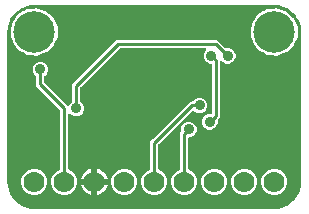
<source format=gbr>
G04 EAGLE Gerber RS-274X export*
G75*
%MOMM*%
%FSLAX34Y34*%
%LPD*%
%INBottom Copper*%
%IPPOS*%
%AMOC8*
5,1,8,0,0,1.08239X$1,22.5*%
G01*
%ADD10C,3.516000*%
%ADD11C,1.778000*%
%ADD12C,0.906400*%
%ADD13C,0.254000*%

G36*
X228622Y2543D02*
X228622Y2543D01*
X228700Y2545D01*
X232077Y2810D01*
X232145Y2824D01*
X232214Y2829D01*
X232370Y2869D01*
X238794Y4956D01*
X238901Y5006D01*
X239012Y5050D01*
X239063Y5083D01*
X239082Y5091D01*
X239097Y5104D01*
X239148Y5136D01*
X244612Y9107D01*
X244699Y9188D01*
X244746Y9227D01*
X244752Y9231D01*
X244753Y9232D01*
X244791Y9264D01*
X244829Y9310D01*
X244844Y9324D01*
X244855Y9342D01*
X244893Y9388D01*
X248864Y14852D01*
X248921Y14956D01*
X248985Y15056D01*
X249007Y15113D01*
X249017Y15131D01*
X249022Y15151D01*
X249044Y15206D01*
X251131Y21630D01*
X251144Y21698D01*
X251167Y21764D01*
X251190Y21923D01*
X251455Y25300D01*
X251455Y25304D01*
X251456Y25307D01*
X251455Y25326D01*
X251459Y25400D01*
X251459Y152400D01*
X251457Y152422D01*
X251455Y152500D01*
X251190Y155877D01*
X251176Y155945D01*
X251171Y156014D01*
X251131Y156170D01*
X249044Y162594D01*
X248993Y162701D01*
X248950Y162812D01*
X248917Y162863D01*
X248909Y162882D01*
X248896Y162897D01*
X248864Y162948D01*
X247171Y165278D01*
X247153Y165297D01*
X247139Y165320D01*
X247044Y165413D01*
X246953Y165509D01*
X246931Y165524D01*
X246912Y165542D01*
X246798Y165608D01*
X246792Y165624D01*
X246789Y165651D01*
X246740Y165775D01*
X246697Y165900D01*
X246682Y165922D01*
X246672Y165947D01*
X246586Y166083D01*
X244893Y168412D01*
X244812Y168499D01*
X244736Y168591D01*
X244690Y168629D01*
X244676Y168644D01*
X244658Y168655D01*
X244612Y168693D01*
X239148Y172664D01*
X239044Y172721D01*
X238944Y172785D01*
X238887Y172807D01*
X238869Y172817D01*
X238849Y172822D01*
X238794Y172844D01*
X232370Y174931D01*
X232302Y174944D01*
X232236Y174967D01*
X232077Y174990D01*
X228700Y175255D01*
X228678Y175254D01*
X228600Y175259D01*
X25400Y175259D01*
X25378Y175257D01*
X25300Y175255D01*
X21923Y174990D01*
X21855Y174976D01*
X21786Y174971D01*
X21630Y174931D01*
X18892Y174041D01*
X18867Y174030D01*
X18841Y174024D01*
X18724Y173963D01*
X18604Y173906D01*
X18583Y173889D01*
X18560Y173877D01*
X18462Y173789D01*
X18445Y173788D01*
X18418Y173793D01*
X18286Y173785D01*
X18153Y173783D01*
X18128Y173775D01*
X18101Y173774D01*
X17945Y173734D01*
X15206Y172844D01*
X15099Y172793D01*
X14988Y172750D01*
X14937Y172717D01*
X14918Y172709D01*
X14903Y172696D01*
X14852Y172664D01*
X9388Y168693D01*
X9301Y168612D01*
X9209Y168536D01*
X9171Y168490D01*
X9156Y168476D01*
X9145Y168458D01*
X9107Y168412D01*
X5136Y162948D01*
X5079Y162844D01*
X5015Y162744D01*
X4993Y162687D01*
X4983Y162669D01*
X4978Y162649D01*
X4956Y162594D01*
X2869Y156170D01*
X2856Y156102D01*
X2833Y156036D01*
X2810Y155877D01*
X2545Y152500D01*
X2546Y152478D01*
X2541Y152400D01*
X2541Y25400D01*
X2543Y25378D01*
X2545Y25300D01*
X2810Y21923D01*
X2824Y21855D01*
X2829Y21786D01*
X2869Y21630D01*
X4956Y15206D01*
X5006Y15099D01*
X5050Y14988D01*
X5083Y14937D01*
X5091Y14918D01*
X5104Y14903D01*
X5136Y14852D01*
X9107Y9388D01*
X9127Y9366D01*
X9138Y9348D01*
X9184Y9305D01*
X9188Y9301D01*
X9264Y9209D01*
X9310Y9171D01*
X9324Y9156D01*
X9342Y9145D01*
X9388Y9107D01*
X14596Y5322D01*
X14852Y5136D01*
X14956Y5079D01*
X15056Y5015D01*
X15113Y4993D01*
X15131Y4983D01*
X15151Y4978D01*
X15206Y4956D01*
X21630Y2869D01*
X21698Y2856D01*
X21764Y2833D01*
X21923Y2810D01*
X25300Y2545D01*
X25322Y2546D01*
X25400Y2541D01*
X228600Y2541D01*
X228622Y2543D01*
G37*
%LPC*%
G36*
X48627Y14477D02*
X48627Y14477D01*
X44613Y16140D01*
X41540Y19213D01*
X39877Y23227D01*
X39877Y27573D01*
X41540Y31587D01*
X44613Y34660D01*
X46714Y35530D01*
X46739Y35545D01*
X46767Y35554D01*
X46877Y35623D01*
X46990Y35688D01*
X47011Y35708D01*
X47036Y35724D01*
X47125Y35819D01*
X47218Y35909D01*
X47234Y35934D01*
X47254Y35956D01*
X47317Y36069D01*
X47385Y36180D01*
X47393Y36208D01*
X47408Y36234D01*
X47440Y36360D01*
X47478Y36484D01*
X47480Y36513D01*
X47487Y36542D01*
X47497Y36703D01*
X47497Y85736D01*
X47485Y85834D01*
X47482Y85933D01*
X47465Y85992D01*
X47457Y86052D01*
X47421Y86144D01*
X47393Y86239D01*
X47363Y86291D01*
X47340Y86347D01*
X47282Y86427D01*
X47232Y86513D01*
X47166Y86588D01*
X47154Y86605D01*
X47144Y86613D01*
X47126Y86634D01*
X27177Y106582D01*
X27177Y114143D01*
X27165Y114241D01*
X27162Y114340D01*
X27145Y114398D01*
X27137Y114459D01*
X27101Y114551D01*
X27073Y114646D01*
X27043Y114698D01*
X27020Y114754D01*
X26962Y114834D01*
X26912Y114920D01*
X26846Y114995D01*
X26834Y115012D01*
X26824Y115019D01*
X26806Y115041D01*
X24915Y116931D01*
X23915Y119344D01*
X23915Y121956D01*
X24915Y124369D01*
X26761Y126215D01*
X29174Y127215D01*
X31786Y127215D01*
X34199Y126215D01*
X36045Y124369D01*
X37045Y121956D01*
X37045Y119344D01*
X36045Y116931D01*
X34154Y115041D01*
X34094Y114962D01*
X34026Y114890D01*
X33997Y114837D01*
X33960Y114789D01*
X33920Y114698D01*
X33872Y114612D01*
X33857Y114553D01*
X33833Y114497D01*
X33818Y114399D01*
X33793Y114304D01*
X33787Y114204D01*
X33783Y114183D01*
X33785Y114171D01*
X33783Y114143D01*
X33783Y109844D01*
X33795Y109746D01*
X33798Y109647D01*
X33815Y109588D01*
X33823Y109528D01*
X33859Y109436D01*
X33887Y109341D01*
X33917Y109289D01*
X33940Y109233D01*
X33998Y109153D01*
X34048Y109067D01*
X34114Y108992D01*
X34126Y108975D01*
X34136Y108967D01*
X34154Y108946D01*
X52985Y90116D01*
X53024Y90086D01*
X53057Y90049D01*
X53149Y89989D01*
X53236Y89921D01*
X53281Y89901D01*
X53323Y89874D01*
X53427Y89839D01*
X53528Y89795D01*
X53577Y89787D01*
X53624Y89771D01*
X53733Y89762D01*
X53842Y89745D01*
X53891Y89750D01*
X53941Y89746D01*
X54049Y89765D01*
X54158Y89775D01*
X54205Y89792D01*
X54254Y89800D01*
X54354Y89845D01*
X54458Y89882D01*
X54499Y89910D01*
X54544Y89931D01*
X54630Y89999D01*
X54721Y90061D01*
X54754Y90098D01*
X54793Y90129D01*
X54859Y90217D01*
X54931Y90299D01*
X54954Y90344D01*
X54984Y90383D01*
X55055Y90528D01*
X55395Y91349D01*
X57286Y93239D01*
X57346Y93318D01*
X57414Y93390D01*
X57443Y93443D01*
X57480Y93491D01*
X57520Y93582D01*
X57568Y93668D01*
X57583Y93727D01*
X57607Y93783D01*
X57622Y93881D01*
X57647Y93976D01*
X57653Y94076D01*
X57657Y94097D01*
X57655Y94109D01*
X57657Y94137D01*
X57657Y108048D01*
X95152Y145543D01*
X180438Y145543D01*
X186964Y139016D01*
X187043Y138956D01*
X187115Y138888D01*
X187168Y138859D01*
X187216Y138822D01*
X187307Y138782D01*
X187393Y138734D01*
X187452Y138719D01*
X187507Y138695D01*
X187605Y138680D01*
X187701Y138655D01*
X187801Y138649D01*
X187822Y138645D01*
X187834Y138647D01*
X187862Y138645D01*
X190536Y138645D01*
X192949Y137645D01*
X194795Y135799D01*
X195795Y133386D01*
X195795Y130774D01*
X194795Y128361D01*
X192949Y126515D01*
X190536Y125515D01*
X187924Y125515D01*
X185511Y126515D01*
X184539Y127487D01*
X184430Y127571D01*
X184323Y127660D01*
X184304Y127669D01*
X184288Y127682D01*
X184161Y127737D01*
X184035Y127796D01*
X184015Y127800D01*
X183996Y127808D01*
X183858Y127830D01*
X183722Y127856D01*
X183702Y127855D01*
X183682Y127858D01*
X183543Y127845D01*
X183405Y127836D01*
X183386Y127830D01*
X183366Y127828D01*
X183234Y127781D01*
X183103Y127738D01*
X183085Y127727D01*
X183066Y127720D01*
X182951Y127642D01*
X182834Y127568D01*
X182820Y127553D01*
X182803Y127542D01*
X182711Y127438D01*
X182616Y127336D01*
X182606Y127318D01*
X182593Y127303D01*
X182530Y127180D01*
X182462Y127058D01*
X182457Y127038D01*
X182448Y127020D01*
X182418Y126884D01*
X182383Y126750D01*
X182381Y126722D01*
X182378Y126710D01*
X182379Y126689D01*
X182373Y126589D01*
X182373Y79912D01*
X180926Y78466D01*
X180866Y78387D01*
X180798Y78315D01*
X180769Y78262D01*
X180732Y78214D01*
X180692Y78123D01*
X180644Y78037D01*
X180629Y77978D01*
X180605Y77923D01*
X180590Y77825D01*
X180565Y77729D01*
X180559Y77629D01*
X180555Y77608D01*
X180557Y77596D01*
X180555Y77568D01*
X180555Y74894D01*
X179555Y72481D01*
X177709Y70635D01*
X175296Y69635D01*
X172684Y69635D01*
X170271Y70635D01*
X168425Y72481D01*
X167425Y74894D01*
X167425Y77506D01*
X168425Y79919D01*
X170271Y81765D01*
X172684Y82765D01*
X174498Y82765D01*
X174616Y82780D01*
X174735Y82787D01*
X174773Y82800D01*
X174814Y82805D01*
X174924Y82848D01*
X175037Y82885D01*
X175072Y82907D01*
X175109Y82922D01*
X175205Y82991D01*
X175306Y83055D01*
X175334Y83085D01*
X175367Y83108D01*
X175443Y83200D01*
X175524Y83287D01*
X175544Y83322D01*
X175569Y83353D01*
X175620Y83461D01*
X175678Y83565D01*
X175688Y83605D01*
X175705Y83641D01*
X175727Y83758D01*
X175757Y83873D01*
X175761Y83933D01*
X175765Y83953D01*
X175763Y83974D01*
X175767Y84034D01*
X175767Y124246D01*
X175752Y124364D01*
X175745Y124483D01*
X175732Y124521D01*
X175727Y124562D01*
X175684Y124672D01*
X175647Y124785D01*
X175625Y124820D01*
X175610Y124857D01*
X175541Y124953D01*
X175477Y125054D01*
X175447Y125082D01*
X175424Y125115D01*
X175332Y125191D01*
X175245Y125272D01*
X175210Y125292D01*
X175179Y125317D01*
X175071Y125368D01*
X174967Y125426D01*
X174927Y125436D01*
X174891Y125453D01*
X174774Y125475D01*
X174659Y125505D01*
X174599Y125509D01*
X174579Y125513D01*
X174558Y125511D01*
X174498Y125515D01*
X173954Y125515D01*
X171541Y126515D01*
X169695Y128361D01*
X168695Y130774D01*
X168695Y133386D01*
X169695Y135799D01*
X170667Y136771D01*
X170751Y136880D01*
X170840Y136987D01*
X170849Y137006D01*
X170862Y137022D01*
X170917Y137149D01*
X170976Y137275D01*
X170980Y137295D01*
X170988Y137314D01*
X171010Y137452D01*
X171036Y137588D01*
X171035Y137608D01*
X171038Y137628D01*
X171025Y137767D01*
X171016Y137905D01*
X171010Y137924D01*
X171008Y137944D01*
X170961Y138076D01*
X170918Y138207D01*
X170907Y138225D01*
X170900Y138244D01*
X170822Y138359D01*
X170748Y138476D01*
X170733Y138490D01*
X170722Y138507D01*
X170618Y138599D01*
X170516Y138694D01*
X170498Y138704D01*
X170483Y138717D01*
X170360Y138780D01*
X170238Y138848D01*
X170218Y138853D01*
X170200Y138862D01*
X170064Y138892D01*
X169930Y138927D01*
X169902Y138929D01*
X169890Y138932D01*
X169869Y138931D01*
X169769Y138937D01*
X98414Y138937D01*
X98316Y138925D01*
X98217Y138922D01*
X98158Y138905D01*
X98098Y138897D01*
X98006Y138861D01*
X97911Y138833D01*
X97859Y138803D01*
X97803Y138780D01*
X97723Y138722D01*
X97637Y138672D01*
X97562Y138606D01*
X97545Y138594D01*
X97537Y138584D01*
X97516Y138566D01*
X64634Y105684D01*
X64574Y105605D01*
X64506Y105533D01*
X64477Y105480D01*
X64440Y105432D01*
X64400Y105341D01*
X64352Y105255D01*
X64337Y105196D01*
X64313Y105141D01*
X64298Y105043D01*
X64273Y104947D01*
X64267Y104847D01*
X64263Y104826D01*
X64265Y104814D01*
X64263Y104786D01*
X64263Y94137D01*
X64275Y94039D01*
X64278Y93940D01*
X64295Y93882D01*
X64303Y93821D01*
X64339Y93729D01*
X64367Y93634D01*
X64397Y93582D01*
X64420Y93526D01*
X64478Y93446D01*
X64528Y93360D01*
X64594Y93285D01*
X64606Y93268D01*
X64616Y93261D01*
X64634Y93239D01*
X66525Y91349D01*
X67525Y88936D01*
X67525Y86324D01*
X66525Y83911D01*
X64679Y82065D01*
X62266Y81065D01*
X59654Y81065D01*
X57241Y82065D01*
X56269Y83037D01*
X56160Y83121D01*
X56053Y83210D01*
X56034Y83219D01*
X56018Y83232D01*
X55891Y83287D01*
X55765Y83346D01*
X55745Y83350D01*
X55726Y83358D01*
X55588Y83380D01*
X55452Y83406D01*
X55432Y83405D01*
X55412Y83408D01*
X55273Y83395D01*
X55135Y83386D01*
X55116Y83380D01*
X55096Y83378D01*
X54964Y83331D01*
X54833Y83288D01*
X54815Y83277D01*
X54796Y83270D01*
X54681Y83192D01*
X54564Y83118D01*
X54550Y83103D01*
X54533Y83092D01*
X54441Y82988D01*
X54346Y82886D01*
X54336Y82868D01*
X54323Y82853D01*
X54260Y82730D01*
X54192Y82608D01*
X54187Y82588D01*
X54178Y82570D01*
X54148Y82434D01*
X54113Y82300D01*
X54111Y82272D01*
X54108Y82260D01*
X54109Y82239D01*
X54103Y82139D01*
X54103Y36703D01*
X54106Y36673D01*
X54104Y36644D01*
X54126Y36516D01*
X54143Y36387D01*
X54153Y36360D01*
X54158Y36331D01*
X54212Y36212D01*
X54260Y36091D01*
X54277Y36068D01*
X54289Y36041D01*
X54370Y35939D01*
X54446Y35834D01*
X54469Y35815D01*
X54488Y35792D01*
X54591Y35714D01*
X54691Y35631D01*
X54718Y35619D01*
X54742Y35601D01*
X54886Y35530D01*
X56987Y34660D01*
X60060Y31587D01*
X61723Y27573D01*
X61723Y23227D01*
X60060Y19213D01*
X56987Y16140D01*
X52973Y14477D01*
X48627Y14477D01*
G37*
%LPD*%
%LPC*%
G36*
X226876Y132780D02*
X226876Y132780D01*
X226858Y132780D01*
X226743Y132787D01*
X224699Y132787D01*
X224151Y133014D01*
X224053Y133041D01*
X223957Y133077D01*
X223865Y133092D01*
X223844Y133098D01*
X223831Y133098D01*
X223798Y133104D01*
X222379Y133253D01*
X219415Y134964D01*
X219412Y134965D01*
X219410Y134967D01*
X219266Y135038D01*
X217490Y135773D01*
X216893Y136370D01*
X216826Y136422D01*
X216765Y136483D01*
X216651Y136558D01*
X216642Y136565D01*
X216638Y136567D01*
X216631Y136572D01*
X215129Y137439D01*
X213339Y139903D01*
X213326Y139917D01*
X213316Y139933D01*
X213209Y140054D01*
X211973Y141290D01*
X211557Y142296D01*
X211522Y142356D01*
X211497Y142420D01*
X211411Y142556D01*
X210208Y144211D01*
X209647Y146850D01*
X209636Y146883D01*
X209631Y146919D01*
X209579Y147071D01*
X208987Y148499D01*
X208987Y149822D01*
X208981Y149874D01*
X208983Y149926D01*
X208960Y150086D01*
X208468Y152400D01*
X208960Y154714D01*
X208964Y154767D01*
X208977Y154818D01*
X208987Y154978D01*
X208987Y156301D01*
X209579Y157729D01*
X209588Y157763D01*
X209604Y157795D01*
X209647Y157950D01*
X210208Y160589D01*
X211411Y162244D01*
X211444Y162305D01*
X211486Y162360D01*
X211557Y162504D01*
X211973Y163510D01*
X213209Y164746D01*
X213221Y164761D01*
X213236Y164773D01*
X213339Y164897D01*
X215129Y167361D01*
X216631Y168228D01*
X216699Y168280D01*
X216773Y168324D01*
X216875Y168414D01*
X216884Y168421D01*
X216887Y168424D01*
X216893Y168430D01*
X217490Y169027D01*
X219266Y169762D01*
X219268Y169764D01*
X219270Y169764D01*
X219415Y169836D01*
X222379Y171547D01*
X223798Y171696D01*
X223898Y171720D01*
X223999Y171734D01*
X224087Y171764D01*
X224108Y171769D01*
X224120Y171775D01*
X224151Y171786D01*
X224699Y172013D01*
X226743Y172013D01*
X226760Y172015D01*
X226876Y172020D01*
X230704Y172422D01*
X231773Y172075D01*
X231890Y172053D01*
X232005Y172023D01*
X232065Y172019D01*
X232085Y172015D01*
X232106Y172017D01*
X232165Y172013D01*
X232501Y172013D01*
X234409Y171223D01*
X234430Y171217D01*
X234502Y171188D01*
X238666Y169835D01*
X239278Y169285D01*
X239388Y169208D01*
X239497Y169126D01*
X239527Y169111D01*
X239539Y169103D01*
X239559Y169096D01*
X239641Y169055D01*
X239710Y169027D01*
X241005Y167732D01*
X241019Y167721D01*
X241053Y167686D01*
X244710Y164393D01*
X244732Y164378D01*
X244750Y164359D01*
X244862Y164288D01*
X244910Y164254D01*
X244914Y164217D01*
X244924Y164192D01*
X244929Y164166D01*
X244985Y164015D01*
X245100Y163756D01*
X245179Y163626D01*
X245450Y162972D01*
X245455Y162963D01*
X245463Y162941D01*
X248292Y156586D01*
X248292Y148214D01*
X245463Y141859D01*
X245460Y141849D01*
X245450Y141828D01*
X245194Y141211D01*
X245175Y141187D01*
X245170Y141179D01*
X245168Y141175D01*
X245163Y141165D01*
X245100Y141044D01*
X244887Y140566D01*
X241053Y137114D01*
X241041Y137100D01*
X241004Y137068D01*
X239710Y135773D01*
X239641Y135745D01*
X239524Y135678D01*
X239404Y135615D01*
X239377Y135594D01*
X239365Y135587D01*
X239349Y135572D01*
X239278Y135515D01*
X238666Y134965D01*
X234502Y133612D01*
X234483Y133603D01*
X234409Y133577D01*
X232501Y132787D01*
X232165Y132787D01*
X232048Y132772D01*
X231929Y132765D01*
X231870Y132750D01*
X231850Y132747D01*
X231831Y132740D01*
X231773Y132725D01*
X230704Y132378D01*
X226876Y132780D01*
G37*
%LPD*%
%LPC*%
G36*
X23676Y132780D02*
X23676Y132780D01*
X23658Y132780D01*
X23543Y132787D01*
X21499Y132787D01*
X20951Y133014D01*
X20852Y133041D01*
X20757Y133077D01*
X20665Y133092D01*
X20644Y133098D01*
X20631Y133098D01*
X20598Y133104D01*
X19179Y133253D01*
X16215Y134964D01*
X16213Y134965D01*
X16210Y134967D01*
X16066Y135038D01*
X14290Y135773D01*
X13693Y136370D01*
X13626Y136422D01*
X13565Y136483D01*
X13451Y136558D01*
X13442Y136565D01*
X13438Y136567D01*
X13431Y136572D01*
X11929Y137439D01*
X10139Y139903D01*
X10126Y139917D01*
X10116Y139933D01*
X10009Y140054D01*
X8773Y141290D01*
X8357Y142296D01*
X8322Y142356D01*
X8297Y142420D01*
X8211Y142556D01*
X7008Y144211D01*
X6447Y146849D01*
X6436Y146883D01*
X6431Y146919D01*
X6379Y147071D01*
X5787Y148499D01*
X5787Y149822D01*
X5781Y149874D01*
X5783Y149926D01*
X5760Y150086D01*
X5268Y152400D01*
X5760Y154714D01*
X5764Y154767D01*
X5777Y154817D01*
X5787Y154978D01*
X5787Y156301D01*
X6379Y157729D01*
X6388Y157763D01*
X6404Y157795D01*
X6447Y157951D01*
X7008Y160589D01*
X8211Y162244D01*
X8244Y162305D01*
X8286Y162360D01*
X8357Y162504D01*
X8773Y163510D01*
X10009Y164746D01*
X10021Y164761D01*
X10036Y164773D01*
X10139Y164897D01*
X11929Y167361D01*
X13431Y168228D01*
X13499Y168280D01*
X13573Y168324D01*
X13675Y168414D01*
X13684Y168421D01*
X13687Y168424D01*
X13693Y168430D01*
X14290Y169027D01*
X16066Y169762D01*
X16068Y169764D01*
X16071Y169764D01*
X16215Y169836D01*
X18972Y171428D01*
X18993Y171444D01*
X19017Y171455D01*
X19120Y171540D01*
X19166Y171575D01*
X19203Y171568D01*
X19229Y171569D01*
X19256Y171565D01*
X19416Y171572D01*
X20598Y171696D01*
X20698Y171720D01*
X20799Y171734D01*
X20887Y171764D01*
X20908Y171769D01*
X20920Y171775D01*
X20951Y171786D01*
X21499Y172013D01*
X23543Y172013D01*
X23560Y172015D01*
X23676Y172020D01*
X27504Y172422D01*
X28573Y172075D01*
X28690Y172053D01*
X28805Y172023D01*
X28865Y172019D01*
X28885Y172015D01*
X28906Y172017D01*
X28965Y172013D01*
X29301Y172013D01*
X31209Y171222D01*
X31230Y171217D01*
X31303Y171188D01*
X35466Y169835D01*
X36078Y169285D01*
X36189Y169207D01*
X36297Y169126D01*
X36327Y169111D01*
X36339Y169103D01*
X36359Y169096D01*
X36441Y169055D01*
X36510Y169027D01*
X37805Y167732D01*
X37819Y167721D01*
X37853Y167686D01*
X41687Y164234D01*
X41900Y163756D01*
X41979Y163626D01*
X42250Y162971D01*
X42255Y162962D01*
X42263Y162941D01*
X45092Y156586D01*
X45092Y148214D01*
X42263Y141859D01*
X42260Y141849D01*
X42250Y141829D01*
X41994Y141211D01*
X41975Y141187D01*
X41970Y141179D01*
X41968Y141175D01*
X41963Y141164D01*
X41900Y141044D01*
X41687Y140566D01*
X37853Y137114D01*
X37841Y137100D01*
X37805Y137068D01*
X36510Y135773D01*
X36441Y135745D01*
X36324Y135678D01*
X36204Y135615D01*
X36177Y135594D01*
X36165Y135587D01*
X36150Y135572D01*
X36078Y135515D01*
X35466Y134965D01*
X31302Y133612D01*
X31283Y133603D01*
X31209Y133577D01*
X29301Y132787D01*
X28965Y132787D01*
X28847Y132772D01*
X28729Y132765D01*
X28670Y132750D01*
X28650Y132747D01*
X28631Y132740D01*
X28573Y132725D01*
X27504Y132378D01*
X23676Y132780D01*
G37*
%LPD*%
%LPC*%
G36*
X124827Y14477D02*
X124827Y14477D01*
X120813Y16140D01*
X117740Y19213D01*
X116077Y23227D01*
X116077Y27573D01*
X117740Y31587D01*
X120813Y34660D01*
X122914Y35530D01*
X122939Y35545D01*
X122967Y35554D01*
X123077Y35623D01*
X123190Y35688D01*
X123211Y35708D01*
X123236Y35724D01*
X123325Y35819D01*
X123418Y35909D01*
X123434Y35934D01*
X123454Y35956D01*
X123517Y36069D01*
X123585Y36180D01*
X123593Y36208D01*
X123608Y36234D01*
X123640Y36360D01*
X123678Y36484D01*
X123680Y36513D01*
X123687Y36542D01*
X123697Y36703D01*
X123697Y59788D01*
X126003Y62094D01*
X126004Y62094D01*
X157367Y93458D01*
X158807Y93458D01*
X158905Y93470D01*
X159004Y93473D01*
X159062Y93490D01*
X159123Y93498D01*
X159215Y93534D01*
X159310Y93562D01*
X159362Y93592D01*
X159418Y93615D01*
X159498Y93673D01*
X159584Y93723D01*
X159659Y93789D01*
X159676Y93801D01*
X159683Y93811D01*
X159705Y93829D01*
X161595Y95720D01*
X164008Y96720D01*
X166620Y96720D01*
X169033Y95720D01*
X170879Y93874D01*
X171879Y91461D01*
X171879Y88849D01*
X170879Y86436D01*
X169033Y84590D01*
X166620Y83590D01*
X164008Y83590D01*
X161595Y84590D01*
X160615Y85570D01*
X160522Y85642D01*
X160432Y85721D01*
X160396Y85740D01*
X160364Y85765D01*
X160255Y85812D01*
X160149Y85866D01*
X160109Y85875D01*
X160072Y85891D01*
X159955Y85910D01*
X159839Y85936D01*
X159798Y85934D01*
X159758Y85941D01*
X159640Y85930D01*
X159521Y85926D01*
X159482Y85915D01*
X159442Y85911D01*
X159329Y85871D01*
X159215Y85838D01*
X159180Y85817D01*
X159142Y85803D01*
X159044Y85737D01*
X158941Y85676D01*
X158896Y85636D01*
X158879Y85625D01*
X158866Y85610D01*
X158820Y85570D01*
X130674Y57424D01*
X130614Y57345D01*
X130546Y57273D01*
X130517Y57220D01*
X130480Y57172D01*
X130440Y57081D01*
X130392Y56995D01*
X130377Y56936D01*
X130353Y56881D01*
X130338Y56783D01*
X130313Y56687D01*
X130307Y56587D01*
X130303Y56567D01*
X130305Y56554D01*
X130303Y56526D01*
X130303Y36703D01*
X130306Y36673D01*
X130304Y36644D01*
X130326Y36516D01*
X130343Y36387D01*
X130353Y36360D01*
X130358Y36331D01*
X130412Y36212D01*
X130460Y36091D01*
X130477Y36068D01*
X130489Y36041D01*
X130570Y35939D01*
X130646Y35834D01*
X130669Y35815D01*
X130688Y35792D01*
X130791Y35714D01*
X130891Y35631D01*
X130918Y35619D01*
X130942Y35601D01*
X131086Y35530D01*
X133187Y34660D01*
X136260Y31587D01*
X137923Y27573D01*
X137923Y23227D01*
X136260Y19213D01*
X133187Y16140D01*
X129173Y14477D01*
X124827Y14477D01*
G37*
%LPD*%
%LPC*%
G36*
X150227Y14477D02*
X150227Y14477D01*
X146213Y16140D01*
X143140Y19213D01*
X141477Y23227D01*
X141477Y27573D01*
X143140Y31587D01*
X146213Y34660D01*
X148314Y35530D01*
X148339Y35545D01*
X148367Y35554D01*
X148477Y35623D01*
X148590Y35688D01*
X148611Y35708D01*
X148636Y35724D01*
X148725Y35819D01*
X148818Y35909D01*
X148834Y35934D01*
X148854Y35956D01*
X148917Y36069D01*
X148985Y36180D01*
X148993Y36208D01*
X149008Y36234D01*
X149040Y36360D01*
X149078Y36484D01*
X149080Y36513D01*
X149087Y36542D01*
X149097Y36703D01*
X149097Y67408D01*
X149274Y67584D01*
X149334Y67663D01*
X149402Y67735D01*
X149431Y67788D01*
X149468Y67836D01*
X149508Y67927D01*
X149556Y68013D01*
X149571Y68072D01*
X149595Y68127D01*
X149610Y68225D01*
X149635Y68321D01*
X149641Y68421D01*
X149645Y68442D01*
X149643Y68454D01*
X149645Y68482D01*
X149645Y71156D01*
X150645Y73569D01*
X152491Y75415D01*
X154904Y76415D01*
X157516Y76415D01*
X159929Y75415D01*
X161775Y73569D01*
X162775Y71156D01*
X162775Y68544D01*
X161775Y66131D01*
X159929Y64285D01*
X157516Y63285D01*
X156972Y63285D01*
X156854Y63270D01*
X156735Y63263D01*
X156697Y63250D01*
X156656Y63245D01*
X156546Y63202D01*
X156433Y63165D01*
X156398Y63143D01*
X156361Y63128D01*
X156265Y63059D01*
X156164Y62995D01*
X156136Y62965D01*
X156103Y62942D01*
X156027Y62850D01*
X155946Y62763D01*
X155926Y62728D01*
X155901Y62697D01*
X155850Y62589D01*
X155792Y62485D01*
X155782Y62445D01*
X155765Y62409D01*
X155743Y62292D01*
X155713Y62177D01*
X155709Y62117D01*
X155705Y62097D01*
X155707Y62076D01*
X155703Y62016D01*
X155703Y36703D01*
X155706Y36673D01*
X155704Y36644D01*
X155726Y36516D01*
X155743Y36387D01*
X155753Y36360D01*
X155758Y36331D01*
X155812Y36212D01*
X155860Y36091D01*
X155877Y36068D01*
X155889Y36041D01*
X155970Y35939D01*
X156046Y35834D01*
X156069Y35815D01*
X156088Y35792D01*
X156191Y35714D01*
X156291Y35631D01*
X156318Y35619D01*
X156342Y35601D01*
X156486Y35530D01*
X158587Y34660D01*
X161660Y31587D01*
X163323Y27573D01*
X163323Y23227D01*
X161660Y19213D01*
X158587Y16140D01*
X154573Y14477D01*
X150227Y14477D01*
G37*
%LPD*%
%LPC*%
G36*
X226427Y14477D02*
X226427Y14477D01*
X222413Y16140D01*
X219340Y19213D01*
X217677Y23227D01*
X217677Y27573D01*
X219340Y31587D01*
X222413Y34660D01*
X226427Y36323D01*
X230773Y36323D01*
X234787Y34660D01*
X237860Y31587D01*
X239523Y27573D01*
X239523Y23227D01*
X237860Y19213D01*
X234787Y16140D01*
X230773Y14477D01*
X226427Y14477D01*
G37*
%LPD*%
%LPC*%
G36*
X201027Y14477D02*
X201027Y14477D01*
X197013Y16140D01*
X193940Y19213D01*
X192277Y23227D01*
X192277Y27573D01*
X193940Y31587D01*
X197013Y34660D01*
X201027Y36323D01*
X205373Y36323D01*
X209387Y34660D01*
X212460Y31587D01*
X214123Y27573D01*
X214123Y23227D01*
X212460Y19213D01*
X209387Y16140D01*
X205373Y14477D01*
X201027Y14477D01*
G37*
%LPD*%
%LPC*%
G36*
X175627Y14477D02*
X175627Y14477D01*
X171613Y16140D01*
X168540Y19213D01*
X166877Y23227D01*
X166877Y27573D01*
X168540Y31587D01*
X171613Y34660D01*
X175627Y36323D01*
X179973Y36323D01*
X183987Y34660D01*
X187060Y31587D01*
X188723Y27573D01*
X188723Y23227D01*
X187060Y19213D01*
X183987Y16140D01*
X179973Y14477D01*
X175627Y14477D01*
G37*
%LPD*%
%LPC*%
G36*
X99427Y14477D02*
X99427Y14477D01*
X95413Y16140D01*
X92340Y19213D01*
X90677Y23227D01*
X90677Y27573D01*
X92340Y31587D01*
X95413Y34660D01*
X99427Y36323D01*
X103773Y36323D01*
X107787Y34660D01*
X110860Y31587D01*
X112523Y27573D01*
X112523Y23227D01*
X110860Y19213D01*
X107787Y16140D01*
X103773Y14477D01*
X99427Y14477D01*
G37*
%LPD*%
%LPC*%
G36*
X23227Y14477D02*
X23227Y14477D01*
X19213Y16140D01*
X16140Y19213D01*
X14477Y23227D01*
X14477Y27573D01*
X16140Y31587D01*
X19213Y34660D01*
X23227Y36323D01*
X27573Y36323D01*
X31587Y34660D01*
X34660Y31587D01*
X36323Y27573D01*
X36323Y23227D01*
X34660Y19213D01*
X31587Y16140D01*
X27573Y14477D01*
X23227Y14477D01*
G37*
%LPD*%
%LPC*%
G36*
X78699Y27899D02*
X78699Y27899D01*
X78699Y36577D01*
X78877Y36549D01*
X80588Y35993D01*
X82191Y35177D01*
X83647Y34119D01*
X84919Y32847D01*
X85977Y31391D01*
X86793Y29788D01*
X87349Y28077D01*
X87377Y27899D01*
X78699Y27899D01*
G37*
%LPD*%
%LPC*%
G36*
X65023Y27899D02*
X65023Y27899D01*
X65051Y28077D01*
X65607Y29788D01*
X66423Y31391D01*
X67481Y32847D01*
X68753Y34119D01*
X70209Y35177D01*
X71812Y35993D01*
X73523Y36549D01*
X73701Y36577D01*
X73701Y27899D01*
X65023Y27899D01*
G37*
%LPD*%
%LPC*%
G36*
X78699Y22901D02*
X78699Y22901D01*
X87377Y22901D01*
X87349Y22723D01*
X86793Y21012D01*
X85977Y19409D01*
X84919Y17953D01*
X83647Y16681D01*
X82191Y15623D01*
X80588Y14807D01*
X78877Y14251D01*
X78699Y14223D01*
X78699Y22901D01*
G37*
%LPD*%
%LPC*%
G36*
X73523Y14251D02*
X73523Y14251D01*
X71812Y14807D01*
X70209Y15623D01*
X68753Y16681D01*
X67481Y17953D01*
X66423Y19409D01*
X65607Y21012D01*
X65051Y22723D01*
X65023Y22901D01*
X73701Y22901D01*
X73701Y14223D01*
X73523Y14251D01*
G37*
%LPD*%
D10*
X228600Y152400D03*
X25400Y152400D03*
D11*
X25400Y25400D03*
X50800Y25400D03*
X76200Y25400D03*
X101600Y25400D03*
X127000Y25400D03*
X152400Y25400D03*
X177800Y25400D03*
X203200Y25400D03*
X228600Y25400D03*
D12*
X165100Y59690D03*
X134620Y130810D03*
X11430Y92710D03*
X96520Y72390D03*
X156210Y69850D03*
D13*
X152400Y66040D01*
X152400Y25400D01*
X50800Y25400D02*
X50800Y87630D01*
X30480Y107950D01*
X30480Y120650D01*
D12*
X30480Y120650D03*
D13*
X175260Y132080D02*
X179070Y128270D01*
D12*
X175260Y132080D03*
X173990Y76200D03*
D13*
X179070Y81280D01*
X179070Y128270D01*
D12*
X60960Y87630D03*
D13*
X60960Y106680D01*
X96520Y142240D02*
X179070Y142240D01*
X96520Y142240D02*
X60960Y106680D01*
X179070Y142240D02*
X189230Y132080D01*
D12*
X189230Y132080D03*
X165314Y90155D03*
D13*
X127000Y58420D02*
X127000Y25400D01*
X158735Y90155D02*
X165314Y90155D01*
X158735Y90155D02*
X127000Y58420D01*
M02*

</source>
